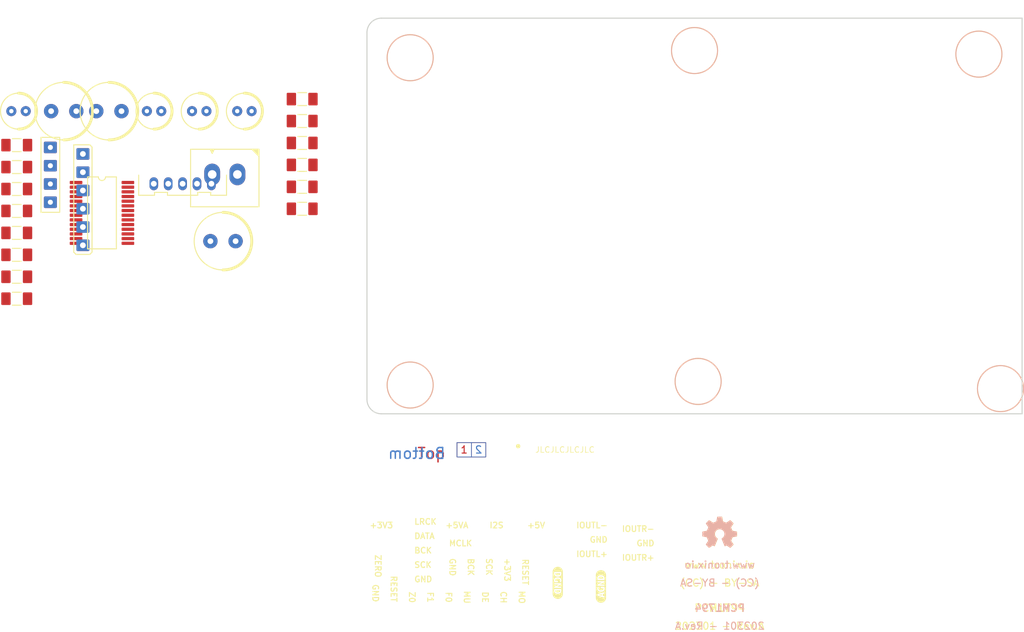
<source format=kicad_pcb>
(kicad_pcb (version 20221018) (generator pcbnew)
  (title_block (title "PCM1795/6") (date "01/2023") (rev "A"))
  (layers (0 "F.Cu" signal) (31 "B.Cu" signal) (34 "B.Paste" user) (35 "F.Paste" user) (36 "B.SilkS" user "B.Silkscreen") (37 "F.SilkS" user "F.Silkscreen") (38 "B.Mask" user) (39 "F.Mask" user) (44 "Edge.Cuts" user))
  (net 0 "")
  (net 1 "+5VA")
  (net 2 "VCC")
  (net 3 "Net-(U201-VCOMR)")
  (net 4 "Net-(U201-VCOML)")
  (net 5 "+3V3")
  (net 6 "Net-(U201-~{RST})")
  (net 7 "Net-(U201-SCL{slash}MC)")
  (net 8 "Net-(U201-SDA{slash}MDO)")
  (net 9 "Net-(U201-ZEROL)")
  (net 10 "Net-(U201-ZEROR)")
  (net 11 "SCK")
  (net 12 "BCK")
  (net 13 "AGND")
  (net 17 "+5V")
  (net 26 "Net-(U201-IREF)")
  (net 32 "/PCM179x/IOUTR+")
  (net 33 "/PCM179x/IOUTR-")
  (net 34 "/PCM179x/IOUTL+")
  (net 35 "/PCM179x/IOUTL-")
  (footprint "tronixio:MOLEX-532530570" (layer "F.Cu") (at 74.39 77.02)
    (fp_text reference "K201" hide)
    (fp_text value "I2S")
    (pad "1" thru_hole oval (at 8 0) (size 1.2 1.8) (drill 0.8) (layers "*.Cu" "*.Mask"))
    (pad "2" thru_hole oval (at 6 0) (size 1.2 1.8) (drill 0.8) (layers "*.Cu" "*.Mask"))
    (pad "3" thru_hole oval (at 4 0) (size 1.2 1.8) (drill 0.8) (layers "*.Cu" "*.Mask"))
    (pad "4" thru_hole oval (at 2 0) (size 1.2 1.8) (drill 0.8) (layers "*.Cu" "*.Mask"))
    (pad "5" thru_hole oval (at 0 0) (size 1.2 1.8) (drill 0.8) (layers "*.Cu" "*.Mask") (net 13 "AGND"))
  )
  (footprint "tronixio:MOUNTING-HOLE-3MM-MASK" (layer "F.Cu") (at 189 59)
    (fp_text reference "H104" hide)
    (fp_text value "MOUNTING-HOLE-3MM-MASK" hide)
    (pad "" np_thru_hole circle (at 0 0) (size 3 3) (drill 3) (layers "F&B.Cu" "*.Mask") (clearance 1.5))
  )
  (footprint "tronixio:CAPACITOR-ELECTROLYTIC-RADIAL-080-115-035-WURTH" (layer "F.Cu") (at 61.875 66.925)
    (fp_text reference "C203" hide)
    (fp_text value "47µ")
    (pad "1" thru_hole circle (at -1.75 0) (size 2 2) (drill 0.8) (layers "*.Cu" "*.Mask") (net 17 "+5V"))
    (pad "2" thru_hole circle (at 1.75 0) (size 2 2) (drill 0.8) (layers "*.Cu" "*.Mask") (net 3 "Net-(U201-VCOMR)"))
  )
  (footprint "tronixio:MOUNTING-HOLE-3MM-MASK" (layer "F.Cu") (at 110 105)
    (fp_text reference "H101" hide)
    (fp_text value "MOUNTING-HOLE-3MM-MASK" hide)
    (pad "" np_thru_hole circle (at 0 0) (size 3 3) (drill 3) (layers "F&B.Cu" "*.Mask") (clearance 1.5))
  )
  (footprint "tronixio:CAPACITOR-ELECTROLYTIC-RADIAL-050-110-020-WURTH" (layer "F.Cu") (at 74.425 66.925)
    (fp_text reference "C205" hide)
    (fp_text value "10µ")
    (pad "1" thru_hole circle (at -1 0) (size 1.4 1.4) (drill 0.6) (layers "*.Cu" "*.Mask") (net 17 "+5V"))
    (pad "2" thru_hole circle (at 1 0) (size 1.4 1.4) (drill 0.6) (layers "*.Cu" "*.Mask") (net 13 "AGND"))
  )
  (footprint "tronixio:HARWIN-M20-782044x" (layer "F.Cu") (at 60.02 71.97)
    (fp_text reference "K203" hide)
    (fp_text value "CLOCK")
    (pad "1" thru_hole roundrect (at 0 0) (size 1.8 1.6) (drill 0.7) (layers "*.Cu" "*.Mask") (roundrect_rratio 0.1) (net 5 "+3V3"))
    (pad "2" thru_hole roundrect (at 0 2.54) (size 1.8 1.6) (drill 0.7) (layers "*.Cu" "*.Mask") (roundrect_rratio 0.1) (net 11 "SCK"))
    (pad "3" thru_hole roundrect (at 0 5.08) (size 1.8 1.6) (drill 0.7) (layers "*.Cu" "*.Mask") (roundrect_rratio 0.1) (net 12 "BCK"))
    (pad "4" thru_hole roundrect (at 0 7.62) (size 1.8 1.6) (drill 0.7) (layers "*.Cu" "*.Mask") (roundrect_rratio 0.1) (net 13 "AGND"))
  )
  (footprint "tronixio:RESISTOR-SMD-1206" (layer "F.Cu") (at 55.35 83.85)
    (fp_text reference "R202" hide)
    (fp_text value "27Ω")
    (pad "1" smd roundrect (at -1.5 0) (size 1.3 1.75) (layers "F.Cu" "F.Paste" "F.Mask") (roundrect_rratio 0.1))
    (pad "2" smd roundrect (at 1.5 0) (size 1.3 1.75) (layers "F.Cu" "F.Paste" "F.Mask") (roundrect_rratio 0.1))
  )
  (footprint "tronixio:CAPACITOR-SMD-1206" (layer "F.Cu") (at 55.35 74.7)
    (fp_text reference "C206" hide)
    (fp_text value "100n")
    (pad "1" smd roundrect (at -1.5 0) (size 1.3 1.75) (layers "F.Cu" "F.Paste" "F.Mask") (roundrect_rratio 0.1) (net 1 "+5VA"))
    (pad "2" smd roundrect (at 1.5 0) (size 1.3 1.75) (layers "F.Cu" "F.Paste" "F.Mask") (roundrect_rratio 0.1) (net 13 "AGND"))
  )
  (footprint "tronixio:CAPACITOR-SMD-1206" (layer "F.Cu") (at 55.35 71.65)
    (fp_text reference "C202" hide)
    (fp_text value "100n")
    (pad "1" smd roundrect (at -1.5 0) (size 1.3 1.75) (layers "F.Cu" "F.Paste" "F.Mask") (roundrect_rratio 0.1) (net 5 "+3V3"))
    (pad "2" smd roundrect (at 1.5 0) (size 1.3 1.75) (layers "F.Cu" "F.Paste" "F.Mask") (roundrect_rratio 0.1) (net 13 "AGND"))
  )
  (footprint "tronixio:CAPACITOR-ELECTROLYTIC-RADIAL-050-110-020-WURTH" (layer "F.Cu") (at 55.6 66.925)
    (fp_text reference "C201" hide)
    (fp_text value "10µ")
    (pad "1" thru_hole circle (at -1 0) (size 1.4 1.4) (drill 0.6) (layers "*.Cu" "*.Mask") (net 5 "+3V3"))
    (pad "2" thru_hole circle (at 1 0) (size 1.4 1.4) (drill 0.6) (layers "*.Cu" "*.Mask") (net 13 "AGND"))
  )
  (footprint "tronixio:MOUNTING-HOLE-3MM-MASK" (layer "F.Cu") (at 149.5 58.5)
    (fp_text reference "H105" hide)
    (fp_text value "MOUNTING-HOLE-3MM-MASK" hide)
    (pad "" np_thru_hole circle (at 0 0) (size 3 3) (drill 3) (layers "F&B.Cu" "*.Mask") (clearance 1.5))
  )
  (footprint "tronixio:CAPACITOR-SMD-1206" (layer "F.Cu") (at 95 77.45)
    (fp_text reference "C106" hide)
    (fp_text value "1µ")
    (pad "1" smd roundrect (at -1.5 0) (size 1.3 1.75) (layers "F.Cu" "F.Paste" "F.Mask") (roundrect_rratio 0.1) (net 2 "VCC"))
    (pad "2" smd roundrect (at 1.5 0) (size 1.3 1.75) (layers "F.Cu" "F.Paste" "F.Mask") (roundrect_rratio 0.1) (net 13 "AGND"))
  )
  (footprint "tronixio:SSOP-28" (layer "F.Cu") (at 67.19 81.07)
    (fp_text reference "U201" hide)
    (fp_text value "PCM1795/6")
    (pad "1" smd roundrect (at -3.6 -4.225) (size 1.75 0.45) (layers "F.Cu" "F.Paste" "F.Mask") (roundrect_rratio 0.2) (net 9 "Net-(U201-ZEROL)"))
    (pad "2" smd roundrect (at -3.6 -3.575) (size 1.75 0.45) (layers "F.Cu" "F.Paste" "F.Mask") (roundrect_rratio 0.2) (net 10 "Net-(U201-ZEROR)"))
    (pad "3" smd roundrect (at -3.6 -2.925) (size 1.75 0.45) (layers "F.Cu" "F.Paste" "F.Mask") (roundrect_rratio 0.2) (net 5 "+3V3"))
    (pad "4" smd roundrect (at -3.6 -2.275) (size 1.75 0.45) (layers "F.Cu" "F.Paste" "F.Mask") (roundrect_rratio 0.2))
    (pad "5" smd roundrect (at -3.6 -1.625) (size 1.75 0.45) (layers "F.Cu" "F.Paste" "F.Mask") (roundrect_rratio 0.2))
    (pad "6" smd roundrect (at -3.6 -0.975) (size 1.75 0.45) (layers "F.Cu" "F.Paste" "F.Mask") (roundrect_rratio 0.2))
    (pad "7" smd roundrect (at -3.6 -0.325) (size 1.75 0.45) (layers "F.Cu" "F.Paste" "F.Mask") (roundrect_rratio 0.2))
    (pad "8" smd roundrect (at -3.6 0.325) (size 1.75 0.45) (layers "F.Cu" "F.Paste" "F.Mask") (roundrect_rratio 0.2) (net 13 "AGND"))
    (pad "9" smd roundrect (at -3.6 0.975) (size 1.75 0.45) (layers "F.Cu" "F.Paste" "F.Mask") (roundrect_rratio 0.2) (net 5 "+3V3"))
    (pad "10" smd roundrect (at -3.6 1.625) (size 1.75 0.45) (layers "F.Cu" "F.Paste" "F.Mask") (roundrect_rratio 0.2) (net 13 "AGND"))
    (pad "11" smd roundrect (at -3.6 2.275) (size 1.75 0.45) (layers "F.Cu" "F.Paste" "F.Mask") (roundrect_rratio 0.2) (net 13 "AGND"))
    (pad "12" smd roundrect (at -3.6 2.925) (size 1.75 0.45) (layers "F.Cu" "F.Paste" "F.Mask") (roundrect_rratio 0.2) (net 7 "Net-(U201-SCL{slash}MC)"))
    (pad "13" smd roundrect (at -3.6 3.575) (size 1.75 0.45) (layers "F.Cu" "F.Paste" "F.Mask") (roundrect_rratio 0.2) (net 8 "Net-(U201-SDA{slash}MDO)"))
    (pad "14" smd roundrect (at -3.6 4.225) (size 1.75 0.45) (layers "F.Cu" "F.Paste" "F.Mask") (roundrect_rratio 0.2) (net 6 "Net-(U201-~{RST})"))
    (pad "15" smd roundrect (at 3.6 4.225) (size 1.75 0.45) (layers "F.Cu" "F.Paste" "F.Mask") (roundrect_rratio 0.2) (net 1 "+5VA"))
    (pad "16" smd roundrect (at 3.6 3.575) (size 1.75 0.45) (layers "F.Cu" "F.Paste" "F.Mask") (roundrect_rratio 0.2) (net 13 "AGND"))
    (pad "17" smd roundrect (at 3.6 2.925) (size 1.75 0.45) (layers "F.Cu" "F.Paste" "F.Mask") (roundrect_rratio 0.2) (net 32 "/PCM179x/IOUTR+"))
    (pad "18" smd roundrect (at 3.6 2.275) (size 1.75 0.45) (layers "F.Cu" "F.Paste" "F.Mask") (roundrect_rratio 0.2) (net 33 "/PCM179x/IOUTR-"))
    (pad "19" smd roundrect (at 3.6 1.625) (size 1.75 0.45) (layers "F.Cu" "F.Paste" "F.Mask") (roundrect_rratio 0.2) (net 13 "AGND"))
    (pad "20" smd roundrect (at 3.6 0.975) (size 1.75 0.45) (layers "F.Cu" "F.Paste" "F.Mask") (roundrect_rratio 0.2) (net 26 "Net-(U201-IREF)"))
    (pad "21" smd roundrect (at 3.6 0.325) (size 1.75 0.45) (layers "F.Cu" "F.Paste" "F.Mask") (roundrect_rratio 0.2) (net 3 "Net-(U201-VCOMR)"))
    (pad "22" smd roundrect (at 3.6 -0.325) (size 1.75 0.45) (layers "F.Cu" "F.Paste" "F.Mask") (roundrect_rratio 0.2) (net 4 "Net-(U201-VCOML)"))
    (pad "23" smd roundrect (at 3.6 -0.975) (size 1.75 0.45) (layers "F.Cu" "F.Paste" "F.Mask") (roundrect_rratio 0.2) (net 17 "+5V"))
    (pad "24" smd roundrect (at 3.6 -1.625) (size 1.75 0.45) (layers "F.Cu" "F.Paste" "F.Mask") (roundrect_rratio 0.2) (net 13 "AGND"))
    (pad "25" smd roundrect (at 3.6 -2.275) (size 1.75 0.45) (layers "F.Cu" "F.Paste" "F.Mask") (roundrect_rratio 0.2) (net 34 "/PCM179x/IOUTL+"))
    (pad "26" smd roundrect (at 3.6 -2.925) (size 1.75 0.45) (layers "F.Cu" "F.Paste" "F.Mask") (roundrect_rratio 0.2) (net 35 "/PCM179x/IOUTL-"))
    (pad "27" smd roundrect (at 3.6 -3.575) (size 1.75 0.45) (layers "F.Cu" "F.Paste" "F.Mask") (roundrect_rratio 0.2) (net 13 "AGND"))
    (pad "28" smd roundrect (at 3.6 -4.225) (size 1.75 0.45) (layers "F.Cu" "F.Paste" "F.Mask") (roundrect_rratio 0.2) (net 1 "+5VA"))
  )
  (footprint "tronixio:RESISTOR-SMD-1206" (layer "F.Cu") (at 55.35 80.8)
    (fp_text reference "R201" hide)
    (fp_text value "27Ω")
    (pad "1" smd roundrect (at -1.5 0) (size 1.3 1.75) (layers "F.Cu" "F.Paste" "F.Mask") (roundrect_rratio 0.1))
    (pad "2" smd roundrect (at 1.5 0) (size 1.3 1.75) (layers "F.Cu" "F.Paste" "F.Mask") (roundrect_rratio 0.1))
  )
  (footprint "tronixio:CAPACITOR-ELECTROLYTIC-RADIAL-050-110-020-WURTH" (layer "F.Cu") (at 80.7 66.925)
    (fp_text reference "C207" hide)
    (fp_text value "10µ")
    (pad "1" thru_hole circle (at -1 0) (size 1.4 1.4) (drill 0.6) (layers "*.Cu" "*.Mask") (net 1 "+5VA"))
    (pad "2" thru_hole circle (at 1 0) (size 1.4 1.4) (drill 0.6) (layers "*.Cu" "*.Mask") (net 13 "AGND"))
  )
  (footprint "tronixio:CAPACITOR-SMD-1206" (layer "F.Cu") (at 95 71.35)
    (fp_text reference "C104" hide)
    (fp_text value "1µ")
    (pad "1" smd roundrect (at -1.5 0) (size 1.3 1.75) (layers "F.Cu" "F.Paste" "F.Mask") (roundrect_rratio 0.1) (net 2 "VCC"))
    (pad "2" smd roundrect (at 1.5 0) (size 1.3 1.75) (layers "F.Cu" "F.Paste" "F.Mask") (roundrect_rratio 0.1) (net 13 "AGND"))
  )
  (footprint "tronixio:MOUNTING-HOLE-3MM-MASK" (layer "F.Cu") (at 110 59.5)
    (fp_text reference "H106" hide)
    (fp_text value "MOUNTING-HOLE-3MM-MASK" hide)
    (pad "" np_thru_hole circle (at 0 0) (size 3 3) (drill 3) (layers "F&B.Cu" "*.Mask") (clearance 1.5))
  )
  (footprint "tronixio:CAPACITOR-ELECTROLYTIC-RADIAL-050-110-020-WURTH" (layer "F.Cu") (at 86.975 66.925)
    (fp_text reference "C209" hide)
    (fp_text value "10µ")
    (pad "1" thru_hole circle (at -1 0) (size 1.4 1.4) (drill 0.6) (layers "*.Cu" "*.Mask") (net 1 "+5VA"))
    (pad "2" thru_hole circle (at 1 0) (size 1.4 1.4) (drill 0.6) (layers "*.Cu" "*.Mask") (net 13 "AGND"))
  )
  (footprint "kibuzzard-63CBA350" (layer "F.Cu") (at 130.5 132.5 -90)
    (fp_text reference "kibuzzard-63CBA350" hide)
    (fp_text value "G***" hide)
  )
  (footprint "tronixio:MOUNTING-HOLE-3MM-MASK" (layer "F.Cu") (at 192 105.5)
    (fp_text reference "H103" hide)
    (fp_text value "MOUNTING-HOLE-3MM-MASK" hide)
    (pad "" np_thru_hole circle (at 0 0) (size 3 3) (drill 3) (layers "F&B.Cu" "*.Mask") (clearance 1.5))
  )
  (footprint "tronixio:CAPACITOR-SMD-1206" (layer "F.Cu") (at 55.35 77.75)
    (fp_text reference "C208" hide)
    (fp_text value "100n")
    (pad "1" smd roundrect (at -1.5 0) (size 1.3 1.75) (layers "F.Cu" "F.Paste" "F.Mask") (roundrect_rratio 0.1) (net 1 "+5VA"))
    (pad "2" smd roundrect (at 1.5 0) (size 1.3 1.75) (layers "F.Cu" "F.Paste" "F.Mask") (roundrect_rratio 0.1) (net 13 "AGND"))
  )
  (footprint "tronixio:MOLEX-532580229" (layer "F.Cu") (at 82.5 75.725)
    (fp_text reference "K101" hide)
    (fp_text value "VCC")
    (pad "1" thru_hole oval (at 0 0) (size 2.2 3) (drill 1.2) (layers "*.Cu" "*.Mask") (net 13 "AGND"))
    (pad "2" thru_hole oval (at 3.5 0) (size 2.2 3) (drill 1.2) (layers "*.Cu" "*.Mask") (net 2 "VCC"))
  )
  (footprint "tronixio:MOUNTING-HOLE-3MM-MASK" (layer "F.Cu") (at 150 104.5)
    (fp_text reference "H102" hide)
    (fp_text value "MOUNTING-HOLE-3MM-MASK" hide)
    (pad "" np_thru_hole circle (at 0 0) (size 3 3) (drill 3) (layers "F&B.Cu" "*.Mask") (clearance 1.5))
  )
  (footprint "tronixio:CAPACITOR-SMD-1206" (layer "F.Cu") (at 95 65.25)
    (fp_text reference "C102" hide)
    (fp_text value "1µ")
    (pad "1" smd roundrect (at -1.5 0) (size 1.3 1.75) (layers "F.Cu" "F.Paste" "F.Mask") (roundrect_rratio 0.1) (net 2 "VCC"))
    (pad "2" smd roundrect (at 1.5 0) (size 1.3 1.75) (layers "F.Cu" "F.Paste" "F.Mask") (roundrect_rratio 0.1) (net 13 "AGND"))
  )
  (footprint "kibuzzard-63CAF235" (layer "F.Cu") (at 136.5 133 90)
    (fp_text reference "kibuzzard-63CAF235" hide)
    (fp_text value "G***" hide)
  )
  (footprint "tronixio:OSHW-5MM" (layer "F.Cu") (at 153 125.5)
    (fp_text reference "G***" hide)
    (fp_text value "LOGO" hide)
  )
  (footprint "tronixio:RESISTOR-SMD-1206" (layer "F.Cu") (at 55.35 89.95)
    (fp_text reference "R204" hide)
    (fp_text value "10Ω")
    (pad "1" smd roundrect (at -1.5 0) (size 1.3 1.75) (layers "F.Cu" "F.Paste" "F.Mask") (roundrect_rratio 0.1))
    (pad "2" smd roundrect (at 1.5 0) (size 1.3 1.75) (layers "F.Cu" "F.Paste" "F.Mask") (roundrect_rratio 0.1))
  )
  (footprint "tronixio:CAPACITOR-ELECTROLYTIC-RADIAL-080-115-035-WURTH" (layer "F.Cu") (at 84 85)
    (fp_text reference "C101" hide)
    (fp_text value "47µ")
    (pad "1" thru_hole circle (at -1.75 0) (size 2 2) (drill 0.8) (layers "*.Cu" "*.Mask") (net 2 "VCC"))
    (pad "2" thru_hole circle (at 1.75 0) (size 2 2) (drill 0.8) (layers "*.Cu" "*.Mask") (net 13 "AGND"))
  )
  (footprint "tronixio:RESISTOR-SMD-1206" (layer "F.Cu") (at 55.35 93)
    (fp_text reference "R205" hide)
    (fp_text value "10K")
    (pad "1" smd roundrect (at -1.5 0) (size 1.3 1.75) (layers "F.Cu" "F.Paste" "F.Mask") (roundrect_rratio 0.1) (net 26 "Net-(U201-IREF)"))
    (pad "2" smd roundrect (at 1.5 0) (size 1.3 1.75) (layers "F.Cu" "F.Paste" "F.Mask") (roundrect_rratio 0.1) (net 13 "AGND"))
  )
  (footprint "tronixio:RESISTOR-SMD-1206" (layer "F.Cu") (at 55.35 86.9)
    (fp_text reference "R203" hide)
    (fp_text value "27Ω")
    (pad "1" smd roundrect (at -1.5 0) (size 1.3 1.75) (layers "F.Cu" "F.Paste" "F.Mask") (roundrect_rratio 0.1))
    (pad "2" smd roundrect (at 1.5 0) (size 1.3 1.75) (layers "F.Cu" "F.Paste" "F.Mask") (roundrect_rratio 0.1))
  )
  (footprint "tronixio:CAPACITOR-ELECTROLYTIC-RADIAL-080-115-035-WURTH" (layer "F.Cu") (at 68.15 66.925)
    (fp_text reference "C204" hide)
    (fp_text value "47µ")
    (pad "1" thru_hole circle (at -1.75 0) (size 2 2) (drill 0.8) (layers "*.Cu" "*.Mask") (net 17 "+5V"))
    (pad "2" thru_hole circle (at 1.75 0) (size 2 2) (drill 0.8) (layers "*.Cu" "*.Mask") (net 4 "Net-(U201-VCOML)"))
  )
  (footprint "tronixio:HARWIN-M20-999064x" (layer "F.Cu") (at 64.54 72.875)
    (fp_text reference "K202" hide)
    (fp_text value "MCU")
    (pad "1" thru_hole roundrect (at 0 0) (size 1.8 1.6) (drill 0.8) (layers "*.Mask" "F.Cu" "In1.Cu" "B.Cu") (roundrect_rratio 0.1) (net 6 "Net-(U201-~{RST})"))
    (pad "2" thru_hole roundrect (at 0 2.54) (size 1.8 1.6) (drill 0.8) (layers "*.Mask" "F.Cu" "In1.Cu" "B.Cu") (roundrect_rratio 0.1) (net 7 "Net-(U201-SCL{slash}MC)"))
    (pad "3" thru_hole roundrect (at 0 5.08) (size 1.8 1.6) (drill 0.8) (layers "*.Mask" "F.Cu" "In1.Cu" "B.Cu") (roundrect_rratio 0.1) (net 8 "Net-(U201-SDA{slash}MDO)"))
    (pad "4" thru_hole roundrect (at 0 7.62) (size 1.8 1.6) (drill 0.8) (layers "*.Mask" "F.Cu" "In1.Cu" "B.Cu") (roundrect_rratio 0.1) (net 9 "Net-(U201-ZEROL)"))
    (pad "5" thru_hole roundrect (at 0 10.16) (size 1.8 1.6) (drill 0.8) (layers "*.Mask" "F.Cu" "In1.Cu" "B.Cu") (roundrect_rratio 0.1) (net 10 "Net-(U201-ZEROR)"))
    (pad "6" thru_hole roundrect (at 0 12.7) (size 1.8 1.6) (drill 0.8) (layers "*.Mask" "F.Cu" "In1.Cu" "B.Cu") (roundrect_rratio 0.1) (net 13 "AGND"))
  )
  (footprint "tronixio:CAPACITOR-SMD-1206" (layer "F.Cu") (at 95 68.3)
    (fp_text reference "C103" hide)
    (fp_text value "1µ")
    (pad "1" smd roundrect (at -1.5 0) (size 1.3 1.75) (layers "F.Cu" "F.Paste" "F.Mask") (roundrect_rratio 0.1) (net 5 "+3V3"))
    (pad "2" smd roundrect (at 1.5 0) (size 1.3 1.75) (layers "F.Cu" "F.Paste" "F.Mask") (roundrect_rratio 0.1) (net 13 "AGND"))
  )
  (footprint "tronixio:CAPACITOR-SMD-1206" (layer "F.Cu") (at 95 80.5)
    (fp_text reference "C107" hide)
    (fp_text value "1µ")
    (pad "1" smd roundrect (at -1.5 0) (size 1.3 1.75) (layers "F.Cu" "F.Paste" "F.Mask") (roundrect_rratio 0.1) (net 1 "+5VA"))
    (pad "2" smd roundrect (at 1.5 0) (size 1.3 1.75) (layers "F.Cu" "F.Paste" "F.Mask") (roundrect_rratio 0.1) (net 13 "AGND"))
  )
  (footprint "tronixio:CAPACITOR-SMD-1206" (layer "F.Cu") (at 95 74.4)
    (fp_text reference "C105" hide)
    (fp_text value "1µ")
    (pad "1" smd roundrect (at -1.5 0) (size 1.3 1.75) (layers "F.Cu" "F.Paste" "F.Mask") (roundrect_rratio 0.1) (net 17 "+5V"))
    (pad "2" smd roundrect (at 1.5 0) (size 1.3 1.75) (layers "F.Cu" "F.Paste" "F.Mask") (roundrect_rratio 0.1) (net 13 "AGND"))
  )
  (footprint "tronixio:OSHW-5MM" (layer "B.Cu") (at 153 125.5 180)
    (fp_text reference "G***" hide)
    (fp_text value "LOGO" hide)
  )
  (gr_line (start 118.5 115) (end 118.5 113) (stroke (width 0.1)) (layer "F.Cu"))
  (gr_rect (start 116.5 113) (end 120.5 115) (stroke (width 0.1)) (fill none) (layer "F.Cu"))
  (gr_line (start 118.5 115) (end 118.5 113) (stroke (width 0.1)) (layer "B.Cu"))
  (gr_rect (start 116.5 113) (end 120.5 115) (stroke (width 0.1)) (fill none) (layer "B.Cu"))
  (gr_circle (center 125 113.5) (end 124.75 113.5) (stroke (width 0.1)) (fill solid) (layer "F.SilkS"))
  (gr_line (start 104 56) (end 104 107) (stroke (width 0.15)) (layer "Edge.Cuts"))
  (gr_arc (start 104 56) (mid 104.585786 54.585786) (end 106 54) (stroke (width 0.15)) (layer "Edge.Cuts"))
  (gr_arc (start 106 109) (mid 104.585786 108.414214) (end 104 107) (stroke (width 0.15)) (layer "Edge.Cuts"))
  (gr_line (start 195 54) (end 106 54) (stroke (width 0.15)) (layer "Edge.Cuts"))
  (gr_line (start 195 109) (end 195 54) (stroke (width 0.15)) (layer "Edge.Cuts"))
  (gr_line (start 106 109) (end 195 109) (stroke (width 0.15)) (layer "Edge.Cuts"))
  (gr_text "1" (at 117.5 114) (layer "F.Cu") (effects (font (size 1 1))))
  (gr_text "Top" (at 115 114.5) (layer "F.Cu") (effects (font (size 1.5 1.5) (thickness 0.2)) (justify right)))
  (gr_text "Bottom" (at 115 114.5) (layer "B.Cu") (effects (font (size 1.5 1.5) (thickness 0.2)) (justify left mirror)))
  (gr_text "2" (at 119.5 114) (layer "B.Cu") (effects (font (size 1 1)) (justify mirror)))
  (gr_text "202301 - Rev.A" (at 153 138.5) (layer "B.SilkS") (effects (font (size 1 1)) (justify mirror)))
  (gr_text "(CC) - BY-SA" (at 153 132.5) (layer "B.SilkS") (effects (font (size 1 1)) (justify mirror)))
  (gr_text "www.tronix.io" (at 153 130) (layer "B.SilkS") (effects (font (size 1 1)) (justify mirror)))
  (gr_text "PCM1794" (at 153 136) (layer "B.SilkS") (effects (font (size 1 1) (thickness 0.2)) (justify mirror)))
  (gr_text "SCK" (at 110.5 130) (layer "F.SilkS") (effects (font (size 0.8 0.8)) (justify left)))
  (gr_text "BCK" (at 118.42 129 270) (layer "F.SilkS") (effects (font (size 0.8 0.8)) (justify left)))
  (gr_text "202301 - Rev.A" (at 153 138.5) (layer "F.SilkS") (effects (font (size 1 1))))
  (gr_text "IOUTL+" (at 137.5 128.5) (layer "F.SilkS") (effects (font (size 0.8 0.8)) (justify right)))
  (gr_text "MU" (at 117.88 134.5 270) (layer "F.SilkS") (effects (font (size 0.8 0.8))))
  (gr_text "DATA" (at 110.5 126) (layer "F.SilkS") (effects (font (size 0.8 0.8)) (justify left)))
  (gr_text "RESET" (at 126 131 270) (layer "F.SilkS") (effects (font (size 0.8 0.8))))
  (gr_text "IOUTR+" (at 144 129) (layer "F.SilkS") (effects (font (size 0.8 0.8)) (justify right)))
  (gr_text "I2S" (at 122 124.5) (layer "F.SilkS") (effects (font (size 0.8 0.8))))
  (gr_text "ZERO" (at 105.53 128.5 270) (layer "F.SilkS") (effects (font (size 0.8 0.8)) (justify left)))
  (gr_text "PCM1794" (at 153 136) (layer "F.SilkS") (effects (font (size 1 1) (thickness 0.2))))
  (gr_text "F1" (at 112.8 134.5 270) (layer "F.SilkS") (effects (font (size 0.8 0.8))))
  (gr_text "(CC) - BY-SA" (at 153 132.5) (layer "F.SilkS") (effects (font (size 1 1))))
  (gr_text "GND" (at 110.5 132) (layer "F.SilkS") (effects (font (size 0.8 0.8)) (justify left)))
  (gr_text "IOUTL-" (at 137.5 124.5) (layer "F.SilkS") (effects (font (size 0.8 0.8)) (justify right)))
  (gr_text "Z0" (at 110.26 134.5 270) (layer "F.SilkS") (effects (font (size 0.8 0.8))))
  (gr_text "DE" (at 120.42 134.5 270) (layer "F.SilkS") (effects (font (size 0.8 0.8))))
  (gr_text "+3V3" (at 123.5 129 270) (layer "F.SilkS") (effects (font (size 0.8 0.8)) (justify left)))
  (gr_text "www.tronix.io" (at 153 130) (layer "F.SilkS") (effects (font (size 1 1))))
  (gr_text "IOUTR-" (at 144 125) (layer "F.SilkS") (effects (font (size 0.8 0.8)) (justify right)))
  (gr_text "GND" (at 144 127) (layer "F.SilkS") (effects (font (size 0.8 0.8)) (justify right)))
  (gr_text "RESET" (at 107.72 135.25 270) (layer "F.SilkS") (effects (font (size 0.8 0.8)) (justify right)))
  (gr_text "CH" (at 122.96 134.5 270) (layer "F.SilkS") (effects (font (size 0.8 0.8))))
  (gr_text "+5VA" (at 116.5 124.5) (layer "F.SilkS") (effects (font (size 0.8 0.8))))
  (gr_text "F0" (at 115.34 134.5 270) (layer "F.SilkS") (effects (font (size 0.8 0.8))))
  (gr_text "LRCK" (at 110.5 124) (layer "F.SilkS") (effects (font (size 0.8 0.8)) (justify left)))
  (gr_text "JLCJLCJLCJLC" (at 131.5 114) (layer "F.SilkS") (effects (font (size 0.8 0.8) (thickness 0.1))))
  (gr_text "MCLK" (at 117 127) (layer "F.SilkS") (effects (font (size 0.8 0.8))))
  (gr_text "MO" (at 125.5 134.5 270) (layer "F.SilkS") (effects (font (size 0.8 0.8))))
  (gr_text "GND" (at 115.88 129 270) (layer "F.SilkS") (effects (font (size 0.8 0.8)) (justify left)))
  (gr_text "+3V3" (at 106 124.5) (layer "F.SilkS") (effects (font (size 0.8 0.8))))
  (gr_text "SCK" (at 120.96 129 270) (layer "F.SilkS") (effects (font (size 0.8 0.8)) (justify left)))
  (gr_text "BCK" (at 110.5 128) (layer "F.SilkS") (effects (font (size 0.8 0.8)) (justify left)))
  (gr_text "GND" (at 105.18 135.25 270) (layer "F.SilkS") (effects (font (size 0.8 0.8)) (justify right)))
  (gr_text "+5V" (at 127.5 124.5) (layer "F.SilkS") (effects (font (size 0.8 0.8))))
  (gr_text "GND" (at 137.5 126.5) (layer "F.SilkS") (effects (font (size 0.8 0.8)) (justify right)))
)
</source>
